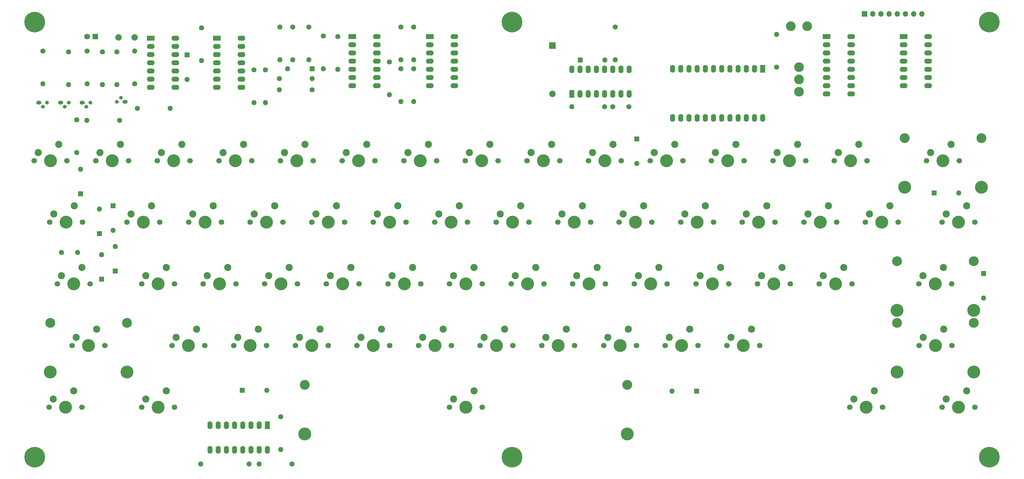
<source format=gbr>
%TF.GenerationSoftware,KiCad,Pcbnew,(5.1.10-1-10_14)*%
%TF.CreationDate,2022-01-29T17:57:15+11:00*%
%TF.ProjectId,ASCII keyboard,41534349-4920-46b6-9579-626f6172642e,rev?*%
%TF.SameCoordinates,Original*%
%TF.FileFunction,Soldermask,Bot*%
%TF.FilePolarity,Negative*%
%FSLAX46Y46*%
G04 Gerber Fmt 4.6, Leading zero omitted, Abs format (unit mm)*
G04 Created by KiCad (PCBNEW (5.1.10-1-10_14)) date 2022-01-29 17:57:15*
%MOMM*%
%LPD*%
G01*
G04 APERTURE LIST*
%ADD10C,2.000000*%
%ADD11O,1.600000X1.600000*%
%ADD12C,1.600000*%
%ADD13O,1.600000X2.400000*%
%ADD14R,1.600000X2.400000*%
%ADD15O,2.400000X1.600000*%
%ADD16R,2.400000X1.600000*%
%ADD17C,1.800000*%
%ADD18R,1.800000X1.800000*%
%ADD19O,1.200000X1.200000*%
%ADD20O,1.600000X1.200000*%
%ADD21R,1.600000X1.600000*%
%ADD22C,1.700000*%
%ADD23C,4.000000*%
%ADD24C,2.200000*%
%ADD25C,3.050000*%
%ADD26C,3.000000*%
%ADD27O,1.700000X1.700000*%
%ADD28R,1.700000X1.700000*%
%ADD29C,0.800000*%
%ADD30C,6.400000*%
%ADD31O,2.000000X2.000000*%
%ADD32R,2.000000X2.000000*%
G04 APERTURE END LIST*
D10*
%TO.C,C3*%
X98000000Y-39750000D03*
X103000000Y-39750000D03*
%TD*%
D11*
%TO.C,R29*%
X148300000Y-167560000D03*
D12*
X148300000Y-157400000D03*
%TD*%
D13*
%TO.C,U9*%
X144145000Y-167640000D03*
X126365000Y-160020000D03*
X141605000Y-167640000D03*
X128905000Y-160020000D03*
X139065000Y-167640000D03*
X131445000Y-160020000D03*
X136525000Y-167640000D03*
X133985000Y-160020000D03*
X133985000Y-167640000D03*
X136525000Y-160020000D03*
X131445000Y-167640000D03*
X139065000Y-160020000D03*
X128905000Y-167640000D03*
X141605000Y-160020000D03*
X126365000Y-167640000D03*
D14*
X144145000Y-160020000D03*
%TD*%
D15*
%TO.C,U2*%
X325120000Y-39500000D03*
X317500000Y-57280000D03*
X325120000Y-42040000D03*
X317500000Y-54740000D03*
X325120000Y-44580000D03*
X317500000Y-52200000D03*
X325120000Y-47120000D03*
X317500000Y-49660000D03*
X325120000Y-49660000D03*
X317500000Y-47120000D03*
X325120000Y-52200000D03*
X317500000Y-44580000D03*
X325120000Y-54740000D03*
X317500000Y-42040000D03*
X325120000Y-57280000D03*
D16*
X317500000Y-39500000D03*
%TD*%
D13*
%TO.C,U3*%
X238500000Y-49630000D03*
X256280000Y-57250000D03*
X241040000Y-49630000D03*
X253740000Y-57250000D03*
X243580000Y-49630000D03*
X251200000Y-57250000D03*
X246120000Y-49630000D03*
X248660000Y-57250000D03*
X248660000Y-49630000D03*
X246120000Y-57250000D03*
X251200000Y-49630000D03*
X243580000Y-57250000D03*
X253740000Y-49630000D03*
X241040000Y-57250000D03*
X256280000Y-49630000D03*
D14*
X238500000Y-57250000D03*
%TD*%
D15*
%TO.C,U8*%
X115620000Y-40000000D03*
X108000000Y-55240000D03*
X115620000Y-42540000D03*
X108000000Y-52700000D03*
X115620000Y-45080000D03*
X108000000Y-50160000D03*
X115620000Y-47620000D03*
X108000000Y-47620000D03*
X115620000Y-50160000D03*
X108000000Y-45080000D03*
X115620000Y-52700000D03*
X108000000Y-42540000D03*
X115620000Y-55240000D03*
D16*
X108000000Y-40000000D03*
%TD*%
D15*
%TO.C,U5*%
X349000000Y-39500000D03*
X341380000Y-54740000D03*
X349000000Y-42040000D03*
X341380000Y-52200000D03*
X349000000Y-44580000D03*
X341380000Y-49660000D03*
X349000000Y-47120000D03*
X341380000Y-47120000D03*
X349000000Y-49660000D03*
X341380000Y-44580000D03*
X349000000Y-52200000D03*
X341380000Y-42040000D03*
X349000000Y-54740000D03*
D16*
X341380000Y-39500000D03*
%TD*%
D15*
%TO.C,U7*%
X178120000Y-39500000D03*
X170500000Y-54740000D03*
X178120000Y-42040000D03*
X170500000Y-52200000D03*
X178120000Y-44580000D03*
X170500000Y-49660000D03*
X178120000Y-47120000D03*
X170500000Y-47120000D03*
X178120000Y-49660000D03*
X170500000Y-44580000D03*
X178120000Y-52200000D03*
X170500000Y-42040000D03*
X178120000Y-54740000D03*
D16*
X170500000Y-39500000D03*
%TD*%
D15*
%TO.C,U6*%
X202120000Y-39500000D03*
X194500000Y-54740000D03*
X202120000Y-42040000D03*
X194500000Y-52200000D03*
X202120000Y-44580000D03*
X194500000Y-49660000D03*
X202120000Y-47120000D03*
X194500000Y-47120000D03*
X202120000Y-49660000D03*
X194500000Y-44580000D03*
X202120000Y-52200000D03*
X194500000Y-42040000D03*
X202120000Y-54740000D03*
D16*
X194500000Y-39500000D03*
%TD*%
D15*
%TO.C,U4*%
X136120000Y-40000000D03*
X128500000Y-55240000D03*
X136120000Y-42540000D03*
X128500000Y-52700000D03*
X136120000Y-45080000D03*
X128500000Y-50160000D03*
X136120000Y-47620000D03*
X128500000Y-47620000D03*
X136120000Y-50160000D03*
X128500000Y-45080000D03*
X136120000Y-52700000D03*
X128500000Y-42540000D03*
X136120000Y-55240000D03*
D16*
X128500000Y-40000000D03*
%TD*%
D13*
%TO.C,U1*%
X297750000Y-64740000D03*
X269810000Y-49500000D03*
X295210000Y-64740000D03*
X272350000Y-49500000D03*
X292670000Y-64740000D03*
X274890000Y-49500000D03*
X290130000Y-64740000D03*
X277430000Y-49500000D03*
X287590000Y-64740000D03*
X279970000Y-49500000D03*
X285050000Y-64740000D03*
X282510000Y-49500000D03*
X282510000Y-64740000D03*
X285050000Y-49500000D03*
X279970000Y-64740000D03*
X287590000Y-49500000D03*
X277430000Y-64740000D03*
X290130000Y-49500000D03*
X274890000Y-64740000D03*
X292670000Y-49500000D03*
X272350000Y-64740000D03*
X295210000Y-49500000D03*
X269810000Y-64740000D03*
D14*
X297750000Y-49500000D03*
%TD*%
D11*
%TO.C,R28*%
X141605000Y-172085000D03*
D12*
X151765000Y-172085000D03*
%TD*%
D11*
%TO.C,C5*%
X123430000Y-172085000D03*
D12*
X138430000Y-172085000D03*
%TD*%
D17*
%TO.C,D13*%
X88210000Y-39500000D03*
D18*
X90750000Y-39500000D03*
%TD*%
D11*
%TO.C,R27*%
X103000000Y-44000000D03*
D12*
X103000000Y-54160000D03*
%TD*%
D11*
%TO.C,R26*%
X114000000Y-61750000D03*
D12*
X103840000Y-61750000D03*
%TD*%
D11*
%TO.C,R25*%
X97500000Y-54410000D03*
D12*
X97500000Y-44250000D03*
%TD*%
D19*
%TO.C,Q4*%
X97460000Y-59750000D03*
X98730000Y-58480000D03*
D20*
X100000000Y-59750000D03*
%TD*%
D11*
%TO.C,D14*%
X119250000Y-52750000D03*
D21*
X119250000Y-45130000D03*
%TD*%
D12*
%TO.C,C4*%
X85250000Y-106500000D03*
X80250000Y-106500000D03*
%TD*%
D22*
%TO.C,SW37*%
X306280000Y-116200000D03*
X296120000Y-116200000D03*
D23*
X301200000Y-116200000D03*
D24*
X297390000Y-113660000D03*
X303740000Y-111120000D03*
%TD*%
D22*
%TO.C,SW62*%
X363540000Y-154480000D03*
X353380000Y-154480000D03*
D23*
X358460000Y-154480000D03*
D24*
X354650000Y-151940000D03*
X361000000Y-149400000D03*
%TD*%
D25*
%TO.C,SW1*%
X363200000Y-128300000D03*
X339400000Y-128300000D03*
D23*
X339400000Y-143540000D03*
X363200000Y-143540000D03*
D22*
X356380000Y-135300000D03*
X346220000Y-135300000D03*
D23*
X351300000Y-135300000D03*
D24*
X347490000Y-132760000D03*
X353840000Y-130220000D03*
%TD*%
D22*
%TO.C,SW61*%
X89140000Y-116180000D03*
X78980000Y-116180000D03*
D23*
X84060000Y-116180000D03*
D24*
X80250000Y-113640000D03*
X86600000Y-111100000D03*
%TD*%
D22*
%TO.C,SW56*%
X363480000Y-97100000D03*
X353320000Y-97100000D03*
D23*
X358400000Y-97100000D03*
D24*
X354590000Y-94560000D03*
X360940000Y-92020000D03*
%TD*%
D22*
%TO.C,SW58*%
X86780000Y-97100000D03*
X76620000Y-97100000D03*
D23*
X81700000Y-97100000D03*
D24*
X77890000Y-94560000D03*
X84240000Y-92020000D03*
%TD*%
D22*
%TO.C,SW59*%
X115380000Y-154500000D03*
X105220000Y-154500000D03*
D23*
X110300000Y-154500000D03*
D24*
X106490000Y-151960000D03*
X112840000Y-149420000D03*
%TD*%
D22*
%TO.C,SW2*%
X334880000Y-154500000D03*
X324720000Y-154500000D03*
D23*
X329800000Y-154500000D03*
D24*
X325990000Y-151960000D03*
X332340000Y-149420000D03*
%TD*%
D22*
%TO.C,SW38*%
X86680000Y-154500000D03*
X76520000Y-154500000D03*
D23*
X81600000Y-154500000D03*
D24*
X77790000Y-151960000D03*
X84140000Y-149420000D03*
%TD*%
D25*
%TO.C,SW55*%
X363160000Y-109200000D03*
X339360000Y-109200000D03*
D23*
X339360000Y-124440000D03*
X363160000Y-124440000D03*
D22*
X356340000Y-116200000D03*
X346180000Y-116200000D03*
D23*
X351260000Y-116200000D03*
D24*
X347450000Y-113660000D03*
X353800000Y-111120000D03*
%TD*%
D25*
%TO.C,SW57*%
X365500000Y-71000000D03*
X341700000Y-71000000D03*
D23*
X341700000Y-86240000D03*
X365500000Y-86240000D03*
D22*
X358680000Y-78000000D03*
X348520000Y-78000000D03*
D23*
X353600000Y-78000000D03*
D24*
X349790000Y-75460000D03*
X356140000Y-72920000D03*
%TD*%
D22*
%TO.C,SW53*%
X220280000Y-135300000D03*
X210120000Y-135300000D03*
D23*
X215200000Y-135300000D03*
D24*
X211390000Y-132760000D03*
X217740000Y-130220000D03*
%TD*%
D22*
%TO.C,SW19*%
X277680000Y-135300000D03*
X267520000Y-135300000D03*
D23*
X272600000Y-135300000D03*
D24*
X268790000Y-132760000D03*
X275140000Y-130220000D03*
%TD*%
D22*
%TO.C,SW51*%
X268080000Y-116200000D03*
X257920000Y-116200000D03*
D23*
X263000000Y-116200000D03*
D24*
X259190000Y-113660000D03*
X265540000Y-111120000D03*
%TD*%
D22*
%TO.C,SW48*%
X244340000Y-97080000D03*
X234180000Y-97080000D03*
D23*
X239260000Y-97080000D03*
D24*
X235450000Y-94540000D03*
X241800000Y-92000000D03*
%TD*%
D26*
%TO.C,SW60*%
X306460000Y-36300000D03*
X311540000Y-36300000D03*
X309000000Y-49000000D03*
X309000000Y-52810000D03*
X309000000Y-56620000D03*
%TD*%
D27*
%TO.C,J1*%
X347040000Y-32500000D03*
X344500000Y-32500000D03*
X341960000Y-32500000D03*
X339420000Y-32500000D03*
X336880000Y-32500000D03*
X334340000Y-32500000D03*
X331800000Y-32500000D03*
D28*
X329260000Y-32500000D03*
%TD*%
D29*
%TO.C,H6*%
X73697056Y-168302944D03*
X72000000Y-167600000D03*
X70302944Y-168302944D03*
X69600000Y-170000000D03*
X70302944Y-171697056D03*
X72000000Y-172400000D03*
X73697056Y-171697056D03*
X74400000Y-170000000D03*
D30*
X72000000Y-170000000D03*
%TD*%
D29*
%TO.C,H5*%
X221697056Y-168302944D03*
X220000000Y-167600000D03*
X218302944Y-168302944D03*
X217600000Y-170000000D03*
X218302944Y-171697056D03*
X220000000Y-172400000D03*
X221697056Y-171697056D03*
X222400000Y-170000000D03*
D30*
X220000000Y-170000000D03*
%TD*%
D29*
%TO.C,H4*%
X369697056Y-168302944D03*
X368000000Y-167600000D03*
X366302944Y-168302944D03*
X365600000Y-170000000D03*
X366302944Y-171697056D03*
X368000000Y-172400000D03*
X369697056Y-171697056D03*
X370400000Y-170000000D03*
D30*
X368000000Y-170000000D03*
%TD*%
D29*
%TO.C,H3*%
X369697056Y-33302944D03*
X368000000Y-32600000D03*
X366302944Y-33302944D03*
X365600000Y-35000000D03*
X366302944Y-36697056D03*
X368000000Y-37400000D03*
X369697056Y-36697056D03*
X370400000Y-35000000D03*
D30*
X368000000Y-35000000D03*
%TD*%
D29*
%TO.C,H2*%
X221697056Y-33302944D03*
X220000000Y-32600000D03*
X218302944Y-33302944D03*
X217600000Y-35000000D03*
X218302944Y-36697056D03*
X220000000Y-37400000D03*
X221697056Y-36697056D03*
X222400000Y-35000000D03*
D30*
X220000000Y-35000000D03*
%TD*%
D29*
%TO.C,H1*%
X73697056Y-33302944D03*
X72000000Y-32600000D03*
X70302944Y-33302944D03*
X69600000Y-35000000D03*
X70302944Y-36697056D03*
X72000000Y-37400000D03*
X73697056Y-36697056D03*
X74400000Y-35000000D03*
D30*
X72000000Y-35000000D03*
%TD*%
D11*
%TO.C,R24*%
X185500000Y-59660000D03*
D12*
X185500000Y-49500000D03*
%TD*%
D11*
%TO.C,R23*%
X140000000Y-60000000D03*
D12*
X140000000Y-49840000D03*
%TD*%
D11*
%TO.C,R22*%
X189500000Y-59660000D03*
D12*
X189500000Y-49500000D03*
%TD*%
D11*
%TO.C,R21*%
X147840000Y-56000000D03*
D12*
X158000000Y-56000000D03*
%TD*%
D11*
%TO.C,R20*%
X158000000Y-52500000D03*
D12*
X147840000Y-52500000D03*
%TD*%
D11*
%TO.C,R19*%
X143500000Y-60000000D03*
D12*
X143500000Y-49840000D03*
%TD*%
D11*
%TO.C,R18*%
X157000000Y-46660000D03*
D12*
X157000000Y-36500000D03*
%TD*%
D11*
%TO.C,R17*%
X185500000Y-46660000D03*
D12*
X185500000Y-36500000D03*
%TD*%
D11*
%TO.C,R16*%
X189500000Y-46660000D03*
D12*
X189500000Y-36500000D03*
%TD*%
D11*
%TO.C,R15*%
X302000000Y-38840000D03*
D12*
X302000000Y-49000000D03*
%TD*%
D11*
%TO.C,R14*%
X182000000Y-57500000D03*
D12*
X182000000Y-47340000D03*
%TD*%
D11*
%TO.C,R13*%
X166000000Y-49660000D03*
D12*
X166000000Y-39500000D03*
%TD*%
D11*
%TO.C,R12*%
X148000000Y-46660000D03*
D12*
X148000000Y-36500000D03*
%TD*%
D11*
%TO.C,R11*%
X152000000Y-46660000D03*
D12*
X152000000Y-36500000D03*
%TD*%
D11*
%TO.C,D12*%
X150380000Y-49500000D03*
D21*
X158000000Y-49500000D03*
%TD*%
D31*
%TO.C,C2*%
X232500000Y-57250000D03*
D32*
X232500000Y-42250000D03*
%TD*%
D12*
%TO.C,C1*%
X256250000Y-61250000D03*
X251250000Y-61250000D03*
%TD*%
D11*
%TO.C,R10*%
X88250000Y-54160000D03*
D12*
X88250000Y-44000000D03*
%TD*%
D11*
%TO.C,R9*%
X85000000Y-75460000D03*
D12*
X85000000Y-65300000D03*
%TD*%
D11*
%TO.C,R8*%
X93000000Y-54410000D03*
D12*
X93000000Y-44250000D03*
%TD*%
D11*
%TO.C,R7*%
X82500000Y-54410000D03*
D12*
X82500000Y-44250000D03*
%TD*%
D11*
%TO.C,R6*%
X161500000Y-49500000D03*
D12*
X161500000Y-39340000D03*
%TD*%
D11*
%TO.C,R5*%
X88140000Y-65500000D03*
D12*
X98300000Y-65500000D03*
%TD*%
D11*
%TO.C,R4*%
X123750000Y-46910000D03*
D12*
X123750000Y-36750000D03*
%TD*%
D11*
%TO.C,R3*%
X252000000Y-46660000D03*
D12*
X252000000Y-36500000D03*
%TD*%
D11*
%TO.C,R2*%
X238500000Y-61250000D03*
D12*
X248660000Y-61250000D03*
%TD*%
D11*
%TO.C,R1*%
X74500000Y-54160000D03*
D12*
X74500000Y-44000000D03*
%TD*%
D19*
%TO.C,Q3*%
X89290000Y-60000000D03*
X88020000Y-61270000D03*
D20*
X86750000Y-60000000D03*
%TD*%
D19*
%TO.C,Q2*%
X82540000Y-60000000D03*
X81270000Y-61270000D03*
D20*
X80000000Y-60000000D03*
%TD*%
D11*
%TO.C,D11*%
X248750000Y-46750000D03*
D21*
X241130000Y-46750000D03*
%TD*%
D22*
%TO.C,SW5*%
X272980000Y-78000000D03*
X262820000Y-78000000D03*
D23*
X267900000Y-78000000D03*
D24*
X264090000Y-75460000D03*
X270440000Y-72920000D03*
%TD*%
D25*
%TO.C,SW4*%
X100600000Y-128300000D03*
X76800000Y-128300000D03*
D23*
X76800000Y-143540000D03*
X100600000Y-143540000D03*
D22*
X93780000Y-135300000D03*
X83620000Y-135300000D03*
D23*
X88700000Y-135300000D03*
D24*
X84890000Y-132760000D03*
X91240000Y-130220000D03*
%TD*%
D22*
%TO.C,SW25*%
X134380000Y-116200000D03*
X124220000Y-116200000D03*
D23*
X129300000Y-116200000D03*
D24*
X125490000Y-113660000D03*
X131840000Y-111120000D03*
%TD*%
D22*
%TO.C,SW35*%
X301540000Y-97080000D03*
X291380000Y-97080000D03*
D23*
X296460000Y-97080000D03*
D24*
X292650000Y-94540000D03*
X299000000Y-92000000D03*
%TD*%
D22*
%TO.C,SW3*%
X81980000Y-78000000D03*
X71820000Y-78000000D03*
D23*
X76900000Y-78000000D03*
D24*
X73090000Y-75460000D03*
X79440000Y-72920000D03*
%TD*%
D22*
%TO.C,SW22*%
X282440000Y-97080000D03*
X272280000Y-97080000D03*
D23*
X277360000Y-97080000D03*
D24*
X273550000Y-94540000D03*
X279900000Y-92000000D03*
%TD*%
D22*
%TO.C,SW54*%
X263340000Y-97080000D03*
X253180000Y-97080000D03*
D23*
X258260000Y-97080000D03*
D24*
X254450000Y-94540000D03*
X260800000Y-92000000D03*
%TD*%
D22*
%TO.C,SW49*%
X229880000Y-116200000D03*
X219720000Y-116200000D03*
D23*
X224800000Y-116200000D03*
D24*
X220990000Y-113660000D03*
X227340000Y-111120000D03*
%TD*%
D22*
%TO.C,SW50*%
X248980000Y-116200000D03*
X238820000Y-116200000D03*
D23*
X243900000Y-116200000D03*
D24*
X240090000Y-113660000D03*
X246440000Y-111120000D03*
%TD*%
D22*
%TO.C,SW52*%
X239380000Y-135300000D03*
X229220000Y-135300000D03*
D23*
X234300000Y-135300000D03*
D24*
X230490000Y-132760000D03*
X236840000Y-130220000D03*
%TD*%
D22*
%TO.C,SW6*%
X101080000Y-78000000D03*
X90920000Y-78000000D03*
D23*
X96000000Y-78000000D03*
D24*
X92190000Y-75460000D03*
X98540000Y-72920000D03*
%TD*%
D22*
%TO.C,SW7*%
X120180000Y-78000000D03*
X110020000Y-78000000D03*
D23*
X115100000Y-78000000D03*
D24*
X111290000Y-75460000D03*
X117640000Y-72920000D03*
%TD*%
D22*
%TO.C,SW30*%
X143880000Y-135300000D03*
X133720000Y-135300000D03*
D23*
X138800000Y-135300000D03*
D24*
X134990000Y-132760000D03*
X141340000Y-130220000D03*
%TD*%
D22*
%TO.C,SW31*%
X206180000Y-97100000D03*
X196020000Y-97100000D03*
D23*
X201100000Y-97100000D03*
D24*
X197290000Y-94560000D03*
X203640000Y-92020000D03*
%TD*%
D22*
%TO.C,SW32*%
X124780000Y-135300000D03*
X114620000Y-135300000D03*
D23*
X119700000Y-135300000D03*
D24*
X115890000Y-132760000D03*
X122240000Y-130220000D03*
%TD*%
D22*
%TO.C,SW33*%
X320640000Y-97080000D03*
X310480000Y-97080000D03*
D23*
X315560000Y-97080000D03*
D24*
X311750000Y-94540000D03*
X318100000Y-92000000D03*
%TD*%
D22*
%TO.C,SW34*%
X339740000Y-97100000D03*
X329580000Y-97100000D03*
D23*
X334660000Y-97100000D03*
D24*
X330850000Y-94560000D03*
X337200000Y-92020000D03*
%TD*%
D22*
%TO.C,SW36*%
X325380000Y-116200000D03*
X315220000Y-116200000D03*
D23*
X320300000Y-116200000D03*
D24*
X316490000Y-113660000D03*
X322840000Y-111120000D03*
%TD*%
D22*
%TO.C,SW39*%
X287180000Y-116200000D03*
X277020000Y-116200000D03*
D23*
X282100000Y-116200000D03*
D24*
X278290000Y-113660000D03*
X284640000Y-111120000D03*
%TD*%
D22*
%TO.C,SW40*%
X115380000Y-116200000D03*
X105220000Y-116200000D03*
D23*
X110300000Y-116200000D03*
D24*
X106490000Y-113660000D03*
X112840000Y-111120000D03*
%TD*%
D22*
%TO.C,SW41*%
X201180000Y-135300000D03*
X191020000Y-135300000D03*
D23*
X196100000Y-135300000D03*
D24*
X192290000Y-132760000D03*
X198640000Y-130220000D03*
%TD*%
D22*
%TO.C,SW42*%
X162980000Y-135300000D03*
X152820000Y-135300000D03*
D23*
X157900000Y-135300000D03*
D24*
X154090000Y-132760000D03*
X160440000Y-130220000D03*
%TD*%
D22*
%TO.C,SW43*%
X153480000Y-116200000D03*
X143320000Y-116200000D03*
D23*
X148400000Y-116200000D03*
D24*
X144590000Y-113660000D03*
X150940000Y-111120000D03*
%TD*%
D22*
%TO.C,SW44*%
X148980000Y-97100000D03*
X138820000Y-97100000D03*
D23*
X143900000Y-97100000D03*
D24*
X140090000Y-94560000D03*
X146440000Y-92020000D03*
%TD*%
D22*
%TO.C,SW45*%
X172580000Y-116200000D03*
X162420000Y-116200000D03*
D23*
X167500000Y-116200000D03*
D24*
X163690000Y-113660000D03*
X170040000Y-111120000D03*
%TD*%
D22*
%TO.C,SW46*%
X191680000Y-116200000D03*
X181520000Y-116200000D03*
D23*
X186600000Y-116200000D03*
D24*
X182790000Y-113660000D03*
X189140000Y-111120000D03*
%TD*%
D22*
%TO.C,SW47*%
X210780000Y-116200000D03*
X200620000Y-116200000D03*
D23*
X205700000Y-116200000D03*
D24*
X201890000Y-113660000D03*
X208240000Y-111120000D03*
%TD*%
D22*
%TO.C,SW23*%
X110780000Y-97100000D03*
X100620000Y-97100000D03*
D23*
X105700000Y-97100000D03*
D24*
X101890000Y-94560000D03*
X108240000Y-92020000D03*
%TD*%
D22*
%TO.C,SW24*%
X168080000Y-97100000D03*
X157920000Y-97100000D03*
D23*
X163000000Y-97100000D03*
D24*
X159190000Y-94560000D03*
X165540000Y-92020000D03*
%TD*%
D22*
%TO.C,SW26*%
X187180000Y-97100000D03*
X177020000Y-97100000D03*
D23*
X182100000Y-97100000D03*
D24*
X178290000Y-94560000D03*
X184640000Y-92020000D03*
%TD*%
D22*
%TO.C,SW27*%
X225280000Y-97100000D03*
X215120000Y-97100000D03*
D23*
X220200000Y-97100000D03*
D24*
X216390000Y-94560000D03*
X222740000Y-92020000D03*
%TD*%
D22*
%TO.C,SW28*%
X182080000Y-135300000D03*
X171920000Y-135300000D03*
D23*
X177000000Y-135300000D03*
D24*
X173190000Y-132760000D03*
X179540000Y-130220000D03*
%TD*%
D22*
%TO.C,SW29*%
X129880000Y-97100000D03*
X119720000Y-97100000D03*
D23*
X124800000Y-97100000D03*
D24*
X120990000Y-94560000D03*
X127340000Y-92020000D03*
%TD*%
D22*
%TO.C,SW8*%
X139280000Y-78000000D03*
X129120000Y-78000000D03*
D23*
X134200000Y-78000000D03*
D24*
X130390000Y-75460000D03*
X136740000Y-72920000D03*
%TD*%
D22*
%TO.C,SW9*%
X158380000Y-78000000D03*
X148220000Y-78000000D03*
D23*
X153300000Y-78000000D03*
D24*
X149490000Y-75460000D03*
X155840000Y-72920000D03*
%TD*%
D22*
%TO.C,SW10*%
X177480000Y-78000000D03*
X167320000Y-78000000D03*
D23*
X172400000Y-78000000D03*
D24*
X168590000Y-75460000D03*
X174940000Y-72920000D03*
%TD*%
D22*
%TO.C,SW11*%
X196580000Y-78000000D03*
X186420000Y-78000000D03*
D23*
X191500000Y-78000000D03*
D24*
X187690000Y-75460000D03*
X194040000Y-72920000D03*
%TD*%
D22*
%TO.C,SW12*%
X215680000Y-78000000D03*
X205520000Y-78000000D03*
D23*
X210600000Y-78000000D03*
D24*
X206790000Y-75460000D03*
X213140000Y-72920000D03*
%TD*%
D22*
%TO.C,SW13*%
X234780000Y-78000000D03*
X224620000Y-78000000D03*
D23*
X229700000Y-78000000D03*
D24*
X225890000Y-75460000D03*
X232240000Y-72920000D03*
%TD*%
D22*
%TO.C,SW14*%
X253880000Y-78000000D03*
X243720000Y-78000000D03*
D23*
X248800000Y-78000000D03*
D24*
X244990000Y-75460000D03*
X251340000Y-72920000D03*
%TD*%
D22*
%TO.C,SW15*%
X330080000Y-78000000D03*
X319920000Y-78000000D03*
D23*
X325000000Y-78000000D03*
D24*
X321190000Y-75460000D03*
X327540000Y-72920000D03*
%TD*%
D22*
%TO.C,SW16*%
X311080000Y-78000000D03*
X300920000Y-78000000D03*
D23*
X306000000Y-78000000D03*
D24*
X302190000Y-75460000D03*
X308540000Y-72920000D03*
%TD*%
D22*
%TO.C,SW17*%
X258580000Y-135300000D03*
X248420000Y-135300000D03*
D23*
X253500000Y-135300000D03*
D24*
X249690000Y-132760000D03*
X256040000Y-130220000D03*
%TD*%
D22*
%TO.C,SW18*%
X291980000Y-78000000D03*
X281820000Y-78000000D03*
D23*
X286900000Y-78000000D03*
D24*
X283090000Y-75460000D03*
X289440000Y-72920000D03*
%TD*%
D22*
%TO.C,SW20*%
X296780000Y-135300000D03*
X286620000Y-135300000D03*
D23*
X291700000Y-135300000D03*
D24*
X287890000Y-132760000D03*
X294240000Y-130220000D03*
%TD*%
D25*
%TO.C,SW21*%
X255720000Y-147500000D03*
X155720000Y-147500000D03*
D23*
X155720000Y-162740000D03*
X255720000Y-162740000D03*
D22*
X210800000Y-154500000D03*
X200640000Y-154500000D03*
D23*
X205720000Y-154500000D03*
D24*
X201910000Y-151960000D03*
X208260000Y-149420000D03*
%TD*%
D19*
%TO.C,Q1*%
X75770000Y-60000000D03*
X74500000Y-61270000D03*
D20*
X73230000Y-60000000D03*
%TD*%
D11*
%TO.C,D10*%
X96250000Y-99620000D03*
D21*
X96250000Y-92000000D03*
%TD*%
D11*
%TO.C,D9*%
X258700000Y-78900000D03*
D21*
X258700000Y-71280000D03*
%TD*%
D11*
%TO.C,D8*%
X366250000Y-120620000D03*
D21*
X366250000Y-113000000D03*
%TD*%
D11*
%TO.C,D7*%
X358500000Y-88000000D03*
D21*
X350880000Y-88000000D03*
%TD*%
D11*
%TO.C,D6*%
X92100000Y-92980000D03*
D21*
X92100000Y-100600000D03*
%TD*%
D11*
%TO.C,D5*%
X86250000Y-80630000D03*
D21*
X86250000Y-88250000D03*
%TD*%
D11*
%TO.C,D4*%
X97000000Y-104630000D03*
D21*
X97000000Y-112250000D03*
%TD*%
D11*
%TO.C,D3*%
X92750000Y-107130000D03*
D21*
X92750000Y-114750000D03*
%TD*%
D11*
%TO.C,D2*%
X269630000Y-149500000D03*
D21*
X277250000Y-149500000D03*
%TD*%
D11*
%TO.C,D1*%
X144000000Y-149250000D03*
D21*
X136380000Y-149250000D03*
%TD*%
M02*

</source>
